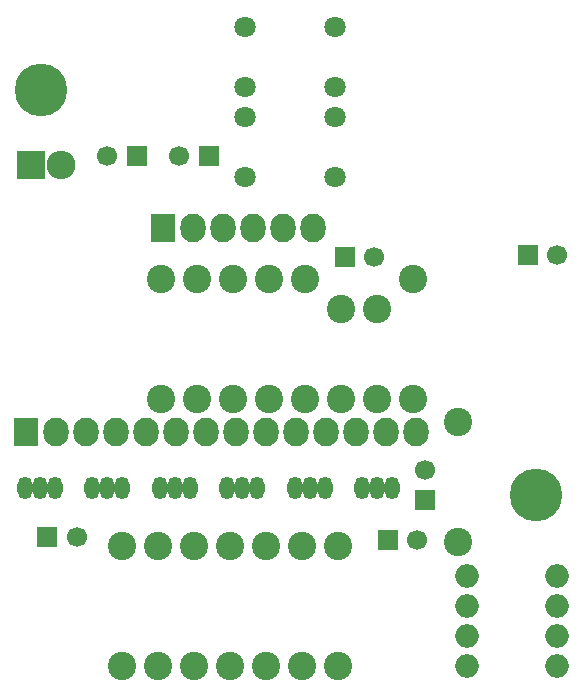
<source format=gbr>
G04 #@! TF.FileFunction,Soldermask,Bot*
%FSLAX46Y46*%
G04 Gerber Fmt 4.6, Leading zero omitted, Abs format (unit mm)*
G04 Created by KiCad (PCBNEW 4.0.2-stable) date Monday, September 19, 2016 'PMt' 09:37:39 PM*
%MOMM*%
G01*
G04 APERTURE LIST*
%ADD10C,0.100000*%
%ADD11C,4.464000*%
%ADD12O,2.000000X2.000000*%
%ADD13R,1.700000X1.700000*%
%ADD14C,1.700000*%
%ADD15R,2.432000X2.432000*%
%ADD16O,2.432000X2.432000*%
%ADD17R,2.127200X2.432000*%
%ADD18O,2.127200X2.432000*%
%ADD19O,1.299160X1.901140*%
%ADD20C,2.398980*%
%ADD21C,1.797000*%
G04 APERTURE END LIST*
D10*
D11*
X166370000Y-130810000D03*
D12*
X160528000Y-137668000D03*
X160528000Y-140208000D03*
X160528000Y-142748000D03*
X160528000Y-145288000D03*
X168148000Y-145288000D03*
X168148000Y-142748000D03*
X168148000Y-140208000D03*
X168148000Y-137668000D03*
D13*
X165648000Y-110490000D03*
D14*
X168148000Y-110490000D03*
D13*
X150154000Y-110617000D03*
D14*
X152654000Y-110617000D03*
D13*
X138644000Y-102108000D03*
D14*
X136144000Y-102108000D03*
D13*
X132548000Y-102108000D03*
D14*
X130048000Y-102108000D03*
D13*
X153797000Y-134620000D03*
D14*
X156297000Y-134620000D03*
D13*
X124968000Y-134366000D03*
D14*
X127468000Y-134366000D03*
D13*
X156972000Y-131191000D03*
D14*
X156972000Y-128691000D03*
D15*
X123571000Y-102870000D03*
D16*
X126111000Y-102870000D03*
D17*
X134747000Y-108204000D03*
D18*
X137287000Y-108204000D03*
X139827000Y-108204000D03*
X142367000Y-108204000D03*
X144907000Y-108204000D03*
X147447000Y-108204000D03*
D17*
X123190000Y-125476000D03*
D18*
X125730000Y-125476000D03*
X128270000Y-125476000D03*
X130810000Y-125476000D03*
X133350000Y-125476000D03*
X135890000Y-125476000D03*
X138430000Y-125476000D03*
X140970000Y-125476000D03*
X143510000Y-125476000D03*
X146050000Y-125476000D03*
X148590000Y-125476000D03*
X151130000Y-125476000D03*
X153670000Y-125476000D03*
X156210000Y-125476000D03*
D19*
X124333000Y-130175000D03*
X125603000Y-130175000D03*
X123063000Y-130175000D03*
X130048000Y-130175000D03*
X131318000Y-130175000D03*
X128778000Y-130175000D03*
X135763000Y-130175000D03*
X137033000Y-130175000D03*
X134493000Y-130175000D03*
X141478000Y-130175000D03*
X142748000Y-130175000D03*
X140208000Y-130175000D03*
X147193000Y-130175000D03*
X148463000Y-130175000D03*
X145923000Y-130175000D03*
X152908000Y-130175000D03*
X154178000Y-130175000D03*
X151638000Y-130175000D03*
D20*
X155956000Y-122682000D03*
X155956000Y-112522000D03*
X134620000Y-122682000D03*
X134620000Y-112522000D03*
X137668000Y-122682000D03*
X137668000Y-112522000D03*
X140716000Y-122682000D03*
X140716000Y-112522000D03*
X143764000Y-122682000D03*
X143764000Y-112522000D03*
X146812000Y-122682000D03*
X146812000Y-112522000D03*
X149860000Y-122682000D03*
X149860000Y-115062000D03*
X152908000Y-122682000D03*
X152908000Y-115062000D03*
X159766000Y-124587000D03*
X159766000Y-134747000D03*
X131318000Y-145288000D03*
X131318000Y-135128000D03*
X134366000Y-135128000D03*
X134366000Y-145288000D03*
X137414000Y-135128000D03*
X137414000Y-145288000D03*
X140462000Y-135128000D03*
X140462000Y-145288000D03*
X143510000Y-135128000D03*
X143510000Y-145288000D03*
X146558000Y-135128000D03*
X146558000Y-145288000D03*
X149606000Y-135128000D03*
X149606000Y-145288000D03*
D21*
X149352000Y-98806000D03*
X149352000Y-103886000D03*
X141732000Y-98806000D03*
X141732000Y-103886000D03*
X149352000Y-91186000D03*
X149352000Y-96266000D03*
X141732000Y-91186000D03*
X141732000Y-96266000D03*
D11*
X124460000Y-96520000D03*
M02*

</source>
